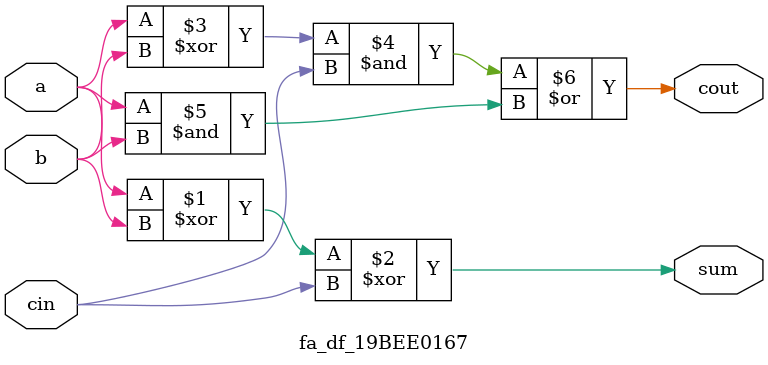
<source format=v>
module fa_df_19BEE0167(input a,b,cin,output sum,cout);
assign sum=a^b^cin;
assign cout=(a^b)&cin|(a&b);
endmodule

</source>
